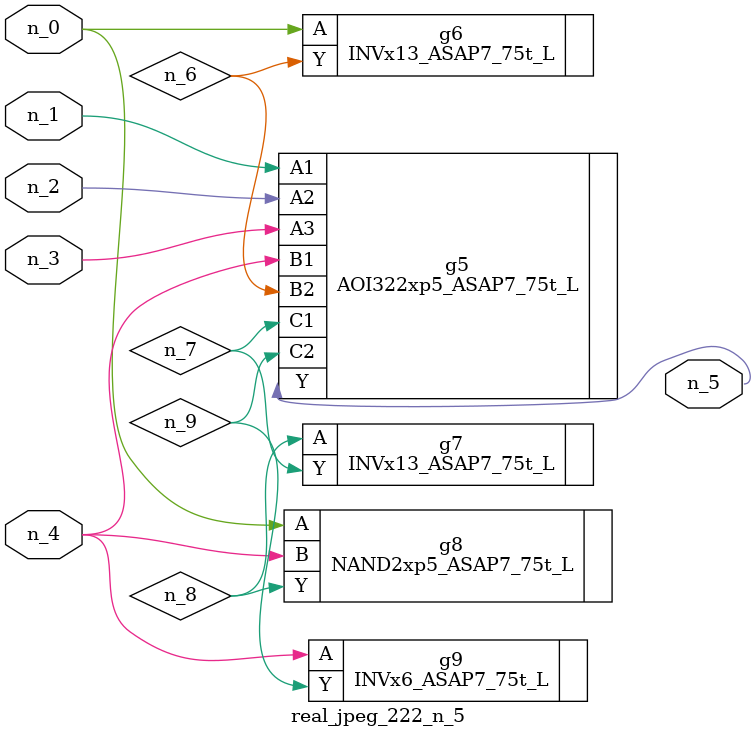
<source format=v>
module real_jpeg_222_n_5 (n_4, n_0, n_1, n_2, n_3, n_5);

input n_4;
input n_0;
input n_1;
input n_2;
input n_3;

output n_5;

wire n_8;
wire n_6;
wire n_7;
wire n_9;

INVx13_ASAP7_75t_L g6 ( 
.A(n_0),
.Y(n_6)
);

NAND2xp5_ASAP7_75t_L g8 ( 
.A(n_0),
.B(n_4),
.Y(n_8)
);

AOI322xp5_ASAP7_75t_L g5 ( 
.A1(n_1),
.A2(n_2),
.A3(n_3),
.B1(n_4),
.B2(n_6),
.C1(n_7),
.C2(n_9),
.Y(n_5)
);

INVx6_ASAP7_75t_L g9 ( 
.A(n_4),
.Y(n_9)
);

INVx13_ASAP7_75t_L g7 ( 
.A(n_8),
.Y(n_7)
);


endmodule
</source>
